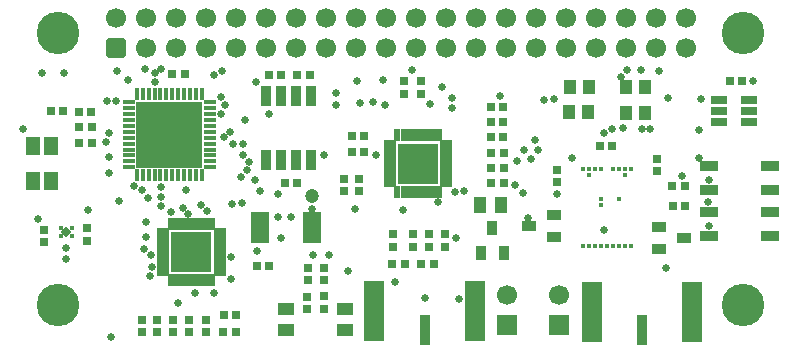
<source format=gts>
G04*
G04 #@! TF.GenerationSoftware,Altium Limited,Altium Designer,20.2.5 (213)*
G04*
G04 Layer_Color=8388736*
%FSLAX42Y42*%
%MOMM*%
G71*
G04*
G04 #@! TF.SameCoordinates,0AE3A023-6BB7-4A84-8F3F-E2DF2112AB30*
G04*
G04*
G04 #@! TF.FilePolarity,Negative*
G04*
G01*
G75*
%ADD49R,1.30X0.85*%
%ADD50R,1.40X0.80*%
%ADD51R,1.60X0.65*%
%ADD52R,0.85X1.73*%
%ADD53R,0.45X1.05*%
%ADD54R,1.05X0.45*%
%ADD55R,5.70X5.70*%
%ADD56R,1.02X0.51*%
%ADD57R,0.51X1.02*%
%ADD58R,3.45X3.45*%
%ADD59R,1.05X1.15*%
%ADD60R,1.30X1.60*%
%ADD61R,1.65X0.90*%
%ADD62C,0.40*%
%ADD63R,1.80X5.10*%
%ADD64R,0.90X2.55*%
%ADD65R,0.80X0.70*%
%ADD66R,0.70X0.80*%
%ADD67R,0.85X1.30*%
%ADD68R,3.45X3.45*%
%ADD69R,1.45X1.10*%
%ADD70R,1.10X1.45*%
%ADD71R,0.40X0.37*%
%ADD72P,0.89X4X270.0*%
%ADD73C,1.20*%
%ADD74C,1.70*%
G04:AMPARAMS|DCode=75|XSize=1.7mm|YSize=1.7mm|CornerRadius=0.33mm|HoleSize=0mm|Usage=FLASHONLY|Rotation=0.000|XOffset=0mm|YOffset=0mm|HoleType=Round|Shape=RoundedRectangle|*
%AMROUNDEDRECTD75*
21,1,1.70,1.05,0,0,0.0*
21,1,1.05,1.70,0,0,0.0*
1,1,0.65,0.53,-0.53*
1,1,0.65,-0.53,-0.53*
1,1,0.65,-0.53,0.53*
1,1,0.65,0.53,0.53*
%
%ADD75ROUNDEDRECTD75*%
%ADD76R,1.70X1.70*%
%ADD77C,3.60*%
%ADD78C,0.65*%
D49*
X5440Y1009D02*
D03*
Y816D02*
D03*
X5650Y912D02*
D03*
X4338Y1016D02*
D03*
X4547Y1112D02*
D03*
Y920D02*
D03*
D50*
X5945Y1895D02*
D03*
Y1990D02*
D03*
Y2085D02*
D03*
X6195D02*
D03*
Y1990D02*
D03*
Y1895D02*
D03*
D51*
X2058Y1102D02*
D03*
Y1038D02*
D03*
Y973D02*
D03*
Y907D02*
D03*
X2498D02*
D03*
Y973D02*
D03*
Y1038D02*
D03*
Y1102D02*
D03*
D52*
X2493Y1574D02*
D03*
X2366D02*
D03*
X2239D02*
D03*
X2112D02*
D03*
Y2116D02*
D03*
X2239D02*
D03*
X2366D02*
D03*
X2493D02*
D03*
D53*
X1015Y1443D02*
D03*
X1065D02*
D03*
X1115D02*
D03*
X1165D02*
D03*
X1215D02*
D03*
X1265D02*
D03*
X1315D02*
D03*
X1365D02*
D03*
X1415D02*
D03*
X1465D02*
D03*
X1515D02*
D03*
X1565D02*
D03*
Y2133D02*
D03*
X1515D02*
D03*
X1465D02*
D03*
X1415D02*
D03*
X1365D02*
D03*
X1315D02*
D03*
X1265D02*
D03*
X1215D02*
D03*
X1165D02*
D03*
X1115D02*
D03*
X1065D02*
D03*
X1015D02*
D03*
D54*
X1635Y1512D02*
D03*
Y1562D02*
D03*
Y1612D02*
D03*
Y1662D02*
D03*
Y1712D02*
D03*
Y1762D02*
D03*
Y1812D02*
D03*
Y1862D02*
D03*
Y1912D02*
D03*
Y1962D02*
D03*
Y2012D02*
D03*
Y2062D02*
D03*
X945D02*
D03*
Y2012D02*
D03*
Y1962D02*
D03*
Y1912D02*
D03*
Y1862D02*
D03*
Y1812D02*
D03*
Y1762D02*
D03*
Y1712D02*
D03*
Y1662D02*
D03*
Y1612D02*
D03*
Y1562D02*
D03*
Y1512D02*
D03*
D55*
X1290Y1788D02*
D03*
D56*
X1716Y620D02*
D03*
Y671D02*
D03*
Y719D02*
D03*
Y770D02*
D03*
Y820D02*
D03*
Y871D02*
D03*
Y919D02*
D03*
Y970D02*
D03*
X1239D02*
D03*
Y919D02*
D03*
Y871D02*
D03*
Y820D02*
D03*
Y770D02*
D03*
Y719D02*
D03*
Y671D02*
D03*
Y620D02*
D03*
X3159Y1367D02*
D03*
Y1418D02*
D03*
Y1466D02*
D03*
Y1517D02*
D03*
Y1568D02*
D03*
Y1619D02*
D03*
Y1667D02*
D03*
Y1718D02*
D03*
X3636D02*
D03*
Y1667D02*
D03*
Y1619D02*
D03*
Y1568D02*
D03*
Y1517D02*
D03*
Y1466D02*
D03*
Y1418D02*
D03*
Y1367D02*
D03*
D57*
X1653Y1034D02*
D03*
X1602D02*
D03*
X1554D02*
D03*
X1503D02*
D03*
X1452D02*
D03*
X1401D02*
D03*
X1353D02*
D03*
X1302D02*
D03*
Y556D02*
D03*
X1353D02*
D03*
X1401D02*
D03*
X1452D02*
D03*
X1503D02*
D03*
X1554D02*
D03*
X1602D02*
D03*
X1653D02*
D03*
X3222Y1781D02*
D03*
X3273D02*
D03*
X3321D02*
D03*
X3372D02*
D03*
X3423D02*
D03*
X3474D02*
D03*
X3522D02*
D03*
X3573D02*
D03*
Y1304D02*
D03*
X3522D02*
D03*
X3474D02*
D03*
X3423D02*
D03*
X3372D02*
D03*
X3321D02*
D03*
X3273D02*
D03*
X3222D02*
D03*
D58*
X1477Y795D02*
D03*
D59*
X5158Y2190D02*
D03*
X5318D02*
D03*
X5158Y1973D02*
D03*
X5318D02*
D03*
X4680Y2190D02*
D03*
X4840D02*
D03*
X4678Y1980D02*
D03*
X4838D02*
D03*
D60*
X132Y1394D02*
D03*
X292D02*
D03*
X132Y1694D02*
D03*
X292D02*
D03*
D61*
X5857Y1132D02*
D03*
Y927D02*
D03*
X6372Y1132D02*
D03*
Y927D02*
D03*
X5857Y1522D02*
D03*
Y1317D02*
D03*
X6372Y1522D02*
D03*
Y1317D02*
D03*
D62*
X5195Y845D02*
D03*
X5145D02*
D03*
X5095D02*
D03*
X5045D02*
D03*
X4995D02*
D03*
X4945D02*
D03*
X4895D02*
D03*
X4845D02*
D03*
X4795D02*
D03*
X4945Y1195D02*
D03*
X5095Y1245D02*
D03*
X4945D02*
D03*
X5145Y1445D02*
D03*
X4845D02*
D03*
X5195Y1495D02*
D03*
X5145D02*
D03*
X5095D02*
D03*
X5045D02*
D03*
X4945D02*
D03*
X4895D02*
D03*
X4845D02*
D03*
X4795D02*
D03*
D63*
X3027Y292D02*
D03*
X3878D02*
D03*
X4867Y288D02*
D03*
X5717D02*
D03*
D64*
X3453Y135D02*
D03*
X5292Y130D02*
D03*
D65*
X233Y875D02*
D03*
Y980D02*
D03*
X593Y995D02*
D03*
Y890D02*
D03*
X1325Y117D02*
D03*
Y222D02*
D03*
X1190Y118D02*
D03*
Y222D02*
D03*
X1055Y117D02*
D03*
Y222D02*
D03*
X2895Y1412D02*
D03*
Y1307D02*
D03*
X2765D02*
D03*
Y1412D02*
D03*
X1602Y223D02*
D03*
Y118D02*
D03*
X2602Y418D02*
D03*
Y313D02*
D03*
X2460Y417D02*
D03*
Y312D02*
D03*
X3353Y945D02*
D03*
Y840D02*
D03*
X3490Y945D02*
D03*
Y840D02*
D03*
X3620Y945D02*
D03*
Y840D02*
D03*
X5418Y1585D02*
D03*
Y1480D02*
D03*
X4572Y1383D02*
D03*
Y1488D02*
D03*
X3280Y2240D02*
D03*
Y2135D02*
D03*
X3420Y2240D02*
D03*
Y2135D02*
D03*
X1460Y118D02*
D03*
Y222D02*
D03*
X3183Y945D02*
D03*
Y840D02*
D03*
X2602Y555D02*
D03*
Y660D02*
D03*
X2462Y555D02*
D03*
Y660D02*
D03*
D66*
X6035Y2243D02*
D03*
X6140D02*
D03*
X2130Y2292D02*
D03*
X2235D02*
D03*
X3282Y690D02*
D03*
X3177D02*
D03*
X3425Y693D02*
D03*
X3530D02*
D03*
X2138Y675D02*
D03*
X2033D02*
D03*
X5040Y1693D02*
D03*
X4935D02*
D03*
X4120Y1505D02*
D03*
X4015D02*
D03*
X4120Y1375D02*
D03*
X4015D02*
D03*
X2833Y1773D02*
D03*
X2938D02*
D03*
X2833Y1642D02*
D03*
X2937D02*
D03*
X4015Y1635D02*
D03*
X4120D02*
D03*
X4117Y1765D02*
D03*
X4012D02*
D03*
X4117Y1895D02*
D03*
X4012D02*
D03*
X285Y1985D02*
D03*
X390D02*
D03*
X525Y1983D02*
D03*
X630D02*
D03*
X528Y1715D02*
D03*
X633D02*
D03*
X1315Y2305D02*
D03*
X1420D02*
D03*
X528Y1853D02*
D03*
X633D02*
D03*
X2375Y2290D02*
D03*
X2480D02*
D03*
X2270Y1380D02*
D03*
X2375D02*
D03*
X1752Y265D02*
D03*
X1857D02*
D03*
X1748Y117D02*
D03*
X1852D02*
D03*
X5552Y1182D02*
D03*
X5657D02*
D03*
X5550Y1350D02*
D03*
X5655D02*
D03*
X4117Y2025D02*
D03*
X4012D02*
D03*
D67*
X4025Y995D02*
D03*
X4121Y785D02*
D03*
X3929D02*
D03*
D68*
X3397Y1543D02*
D03*
D69*
X2780Y130D02*
D03*
Y310D02*
D03*
X2275Y130D02*
D03*
Y310D02*
D03*
D70*
X4097Y1193D02*
D03*
X3917D02*
D03*
D71*
X465Y930D02*
D03*
Y995D02*
D03*
X370D02*
D03*
X370Y930D02*
D03*
D72*
X418Y962D02*
D03*
D73*
X2498Y1270D02*
D03*
D74*
X4143Y2777D02*
D03*
X4397D02*
D03*
X4651D02*
D03*
X4905D02*
D03*
X5667D02*
D03*
X5413D02*
D03*
X5159D02*
D03*
Y2523D02*
D03*
X5413D02*
D03*
X5667D02*
D03*
X4905D02*
D03*
X4651D02*
D03*
X4397D02*
D03*
X4143D02*
D03*
X2111D02*
D03*
X1095D02*
D03*
X2365D02*
D03*
X1349D02*
D03*
X2619D02*
D03*
X1603D02*
D03*
X2873D02*
D03*
X1857D02*
D03*
X3127D02*
D03*
X3889D02*
D03*
X3635D02*
D03*
X3381D02*
D03*
Y2777D02*
D03*
X3635D02*
D03*
X3889D02*
D03*
X3127D02*
D03*
X1857D02*
D03*
X2873D02*
D03*
X1603D02*
D03*
X2619D02*
D03*
X1349D02*
D03*
X2365D02*
D03*
X1095D02*
D03*
X2111D02*
D03*
X841D02*
D03*
X4593Y434D02*
D03*
X4145Y432D02*
D03*
D75*
X841Y2523D02*
D03*
D76*
X4593Y180D02*
D03*
X4145Y177D02*
D03*
D77*
X350Y2650D02*
D03*
Y350D02*
D03*
X6150D02*
D03*
Y2650D02*
D03*
D78*
X5492Y657D02*
D03*
X5772Y1590D02*
D03*
X1433Y1318D02*
D03*
X5630Y1435D02*
D03*
X3453Y405D02*
D03*
X1405Y710D02*
D03*
X1470Y825D02*
D03*
X1470Y710D02*
D03*
X2698Y2038D02*
D03*
Y2138D02*
D03*
X1753Y1764D02*
D03*
X1808Y1813D02*
D03*
X1762Y2035D02*
D03*
X1725Y2108D02*
D03*
Y1962D02*
D03*
X2875Y2240D02*
D03*
X2908Y2060D02*
D03*
X3505Y1568D02*
D03*
X3435D02*
D03*
X3353D02*
D03*
X3285Y1464D02*
D03*
X3353D02*
D03*
X3435D02*
D03*
X3505D02*
D03*
X4285Y1293D02*
D03*
X4217Y1362D02*
D03*
X3283Y1568D02*
D03*
X2017Y1408D02*
D03*
X3785Y1312D02*
D03*
X2055Y1309D02*
D03*
X4572Y1285D02*
D03*
X3710Y1300D02*
D03*
X2208Y1282D02*
D03*
X2027Y2233D02*
D03*
X1512Y1617D02*
D03*
X1535Y710D02*
D03*
Y768D02*
D03*
X1470D02*
D03*
X1405Y768D02*
D03*
X1535Y825D02*
D03*
X1405D02*
D03*
X1512Y1560D02*
D03*
X1227Y1735D02*
D03*
X418Y827D02*
D03*
Y738D02*
D03*
X1112Y1677D02*
D03*
X1065Y1865D02*
D03*
X1170Y1738D02*
D03*
X1112Y1738D02*
D03*
X3205Y540D02*
D03*
X3740Y400D02*
D03*
X5433Y2323D02*
D03*
X1817Y1201D02*
D03*
X1950Y1493D02*
D03*
X1899Y1432D02*
D03*
X1967Y1560D02*
D03*
X1905Y1207D02*
D03*
X2135Y1965D02*
D03*
X5360Y1833D02*
D03*
X5130Y1842D02*
D03*
X5288Y1840D02*
D03*
X3685Y2013D02*
D03*
X3017Y2062D02*
D03*
X2233Y915D02*
D03*
X3120Y2042D02*
D03*
X3495Y2048D02*
D03*
X3042Y1617D02*
D03*
X4325Y1082D02*
D03*
X2862Y1155D02*
D03*
X2802Y632D02*
D03*
X1557Y1193D02*
D03*
X1605Y1145D02*
D03*
X2030Y800D02*
D03*
X1365Y362D02*
D03*
X603Y1152D02*
D03*
X848Y2323D02*
D03*
X2597Y1617D02*
D03*
X5855Y1220D02*
D03*
X6233Y2242D02*
D03*
X1930Y1908D02*
D03*
X5115Y2277D02*
D03*
X3685Y2098D02*
D03*
X1810Y570D02*
D03*
X2498Y1160D02*
D03*
X2317Y1088D02*
D03*
X2505Y765D02*
D03*
X2640D02*
D03*
X3098Y2248D02*
D03*
X5515Y2100D02*
D03*
X4700Y1593D02*
D03*
X3715Y912D02*
D03*
X4090Y2112D02*
D03*
X2213Y1090D02*
D03*
X4352Y1580D02*
D03*
X4292Y1655D02*
D03*
X4462Y2080D02*
D03*
X4547Y2093D02*
D03*
X3600Y2188D02*
D03*
X1223Y2345D02*
D03*
X1738Y2325D02*
D03*
X3342Y2335D02*
D03*
X5285Y2333D02*
D03*
X5167Y2335D02*
D03*
X4383Y1742D02*
D03*
X4412Y1660D02*
D03*
X4235Y1562D02*
D03*
X1916Y1712D02*
D03*
X1833Y1708D02*
D03*
X1912Y1615D02*
D03*
X1815Y750D02*
D03*
X3565Y1215D02*
D03*
X3265Y1148D02*
D03*
X5858Y1402D02*
D03*
Y1018D02*
D03*
X4970Y980D02*
D03*
X215Y2312D02*
D03*
X795Y77D02*
D03*
X1217Y1185D02*
D03*
X1301Y1133D02*
D03*
X1218Y1262D02*
D03*
X1145Y668D02*
D03*
X5788Y2088D02*
D03*
X5775Y1830D02*
D03*
X1665Y2292D02*
D03*
X4967Y1804D02*
D03*
X5042Y1833D02*
D03*
X1085Y2340D02*
D03*
X1165Y2308D02*
D03*
X940Y2250D02*
D03*
X1165Y2238D02*
D03*
X1220Y1343D02*
D03*
X177Y1073D02*
D03*
X780Y1465D02*
D03*
X50Y1835D02*
D03*
X1125Y588D02*
D03*
X1504Y446D02*
D03*
X1670Y450D02*
D03*
X397Y2311D02*
D03*
X1095Y1052D02*
D03*
X993Y1350D02*
D03*
X860Y1227D02*
D03*
X1055Y1318D02*
D03*
X1112Y1252D02*
D03*
X780Y1598D02*
D03*
X753Y1723D02*
D03*
X778Y1800D02*
D03*
X1402Y1165D02*
D03*
X1138Y768D02*
D03*
X1090Y920D02*
D03*
X1073Y823D02*
D03*
X1452Y1115D02*
D03*
X838Y2077D02*
D03*
X765Y2075D02*
D03*
M02*

</source>
